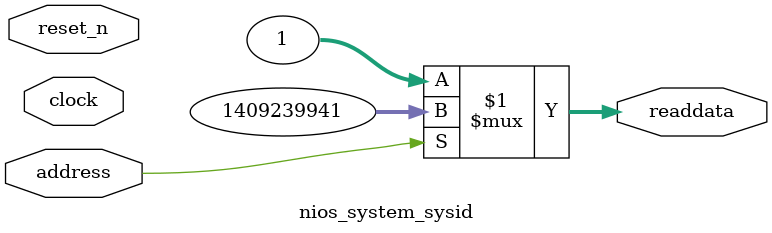
<source format=v>

`timescale 1ns / 1ps
// synthesis translate_on

// turn off superfluous verilog processor warnings 
// altera message_level Level1 
// altera message_off 10034 10035 10036 10037 10230 10240 10030 

module nios_system_sysid (
               // inputs:
                address,
                clock,
                reset_n,

               // outputs:
                readdata
             )
;

  output  [ 31: 0] readdata;
  input            address;
  input            clock;
  input            reset_n;

  wire    [ 31: 0] readdata;
  //control_slave, which is an e_avalon_slave
  assign readdata = address ? 1409239941 : 1;

endmodule




</source>
